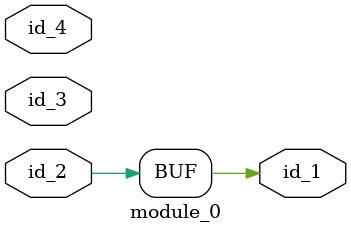
<source format=v>
module module_0 (
    id_1,
    id_2,
    id_3,
    id_4
);
  input id_4;
  input id_3;
  inout id_2;
  output id_1;
  assign id_1 = 1'b0 ? id_2 : id_2;
endmodule

</source>
